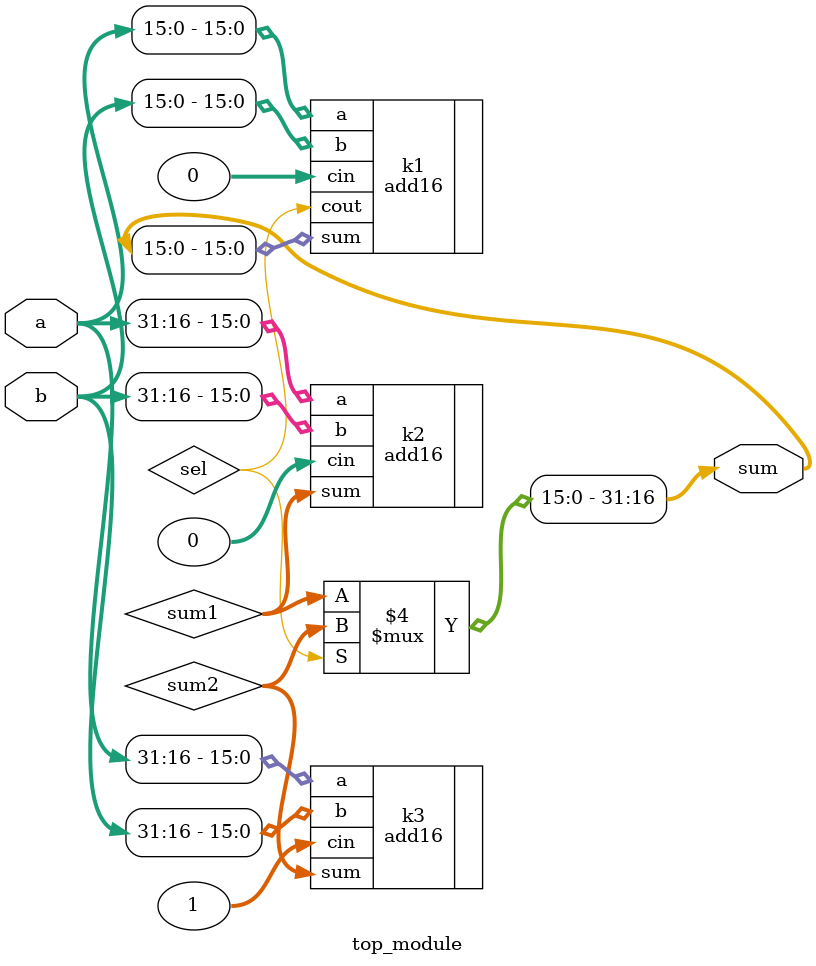
<source format=v>
module top_module(
    input [31:0] a,
    input [31:0] b,
    output  [31:0] sum
);
    wire sel;
    wire [15:0] sum1,sum2;
    add16 k1 (.a(a[15:0]),.b(b[15:0]),.cin(0),.sum(sum[15:0]),.cout(sel));
    add16 k2(.a(a[31:16]),.b(b[31:16]),.cin(0),.sum(sum1[15:0]));
    add16 k3 (.a(a[31:16]),.b(b[31:16]),.cin(1),.sum(sum2[15:0]));
   
    assign sum[31:16]=(sel) ? sum2: sum1;
    

endmodule

// lesson if you want to use 'if' in combinaltional logic
// either use "?" operator wih assign
// or use  always@(*), which which needs the output to become a reg


</source>
